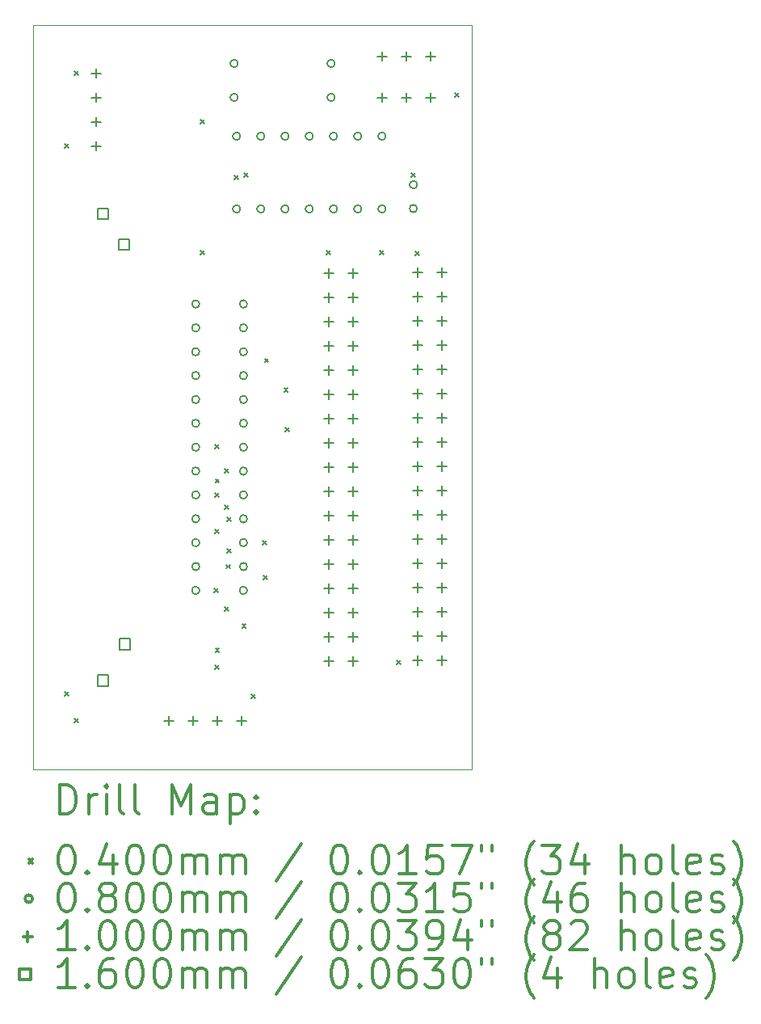
<source format=gbr>
%FSLAX45Y45*%
G04 Gerber Fmt 4.5, Leading zero omitted, Abs format (unit mm)*
G04 Created by KiCad (PCBNEW (5.1.10)-1) date 2024-05-08 08:20:09*
%MOMM*%
%LPD*%
G01*
G04 APERTURE LIST*
%TA.AperFunction,Profile*%
%ADD10C,0.050000*%
%TD*%
%ADD11C,0.200000*%
%ADD12C,0.300000*%
G04 APERTURE END LIST*
D10*
X9144000Y-7696200D02*
X9144000Y-15494000D01*
X13741400Y-7696200D02*
X9144000Y-7696200D01*
X13741400Y-15494000D02*
X13741400Y-7696200D01*
X9144000Y-15494000D02*
X13741400Y-15494000D01*
D11*
X9479600Y-8946200D02*
X9519600Y-8986200D01*
X9519600Y-8946200D02*
X9479600Y-8986200D01*
X9479600Y-14686600D02*
X9519600Y-14726600D01*
X9519600Y-14686600D02*
X9479600Y-14726600D01*
X9581200Y-8184200D02*
X9621200Y-8224200D01*
X9621200Y-8184200D02*
X9581200Y-8224200D01*
X9581200Y-14966000D02*
X9621200Y-15006000D01*
X9621200Y-14966000D02*
X9581200Y-15006000D01*
X10902000Y-8692200D02*
X10942000Y-8732200D01*
X10942000Y-8692200D02*
X10902000Y-8732200D01*
X10902100Y-10063900D02*
X10942100Y-10103900D01*
X10942100Y-10063900D02*
X10902100Y-10103900D01*
X11046400Y-13602400D02*
X11086400Y-13642400D01*
X11086400Y-13602400D02*
X11046400Y-13642400D01*
X11053000Y-12602400D02*
X11093000Y-12642400D01*
X11093000Y-12602400D02*
X11053000Y-12642400D01*
X11054400Y-12095800D02*
X11094400Y-12135800D01*
X11094400Y-12095800D02*
X11054400Y-12135800D01*
X11054400Y-12984800D02*
X11094400Y-13024800D01*
X11094400Y-12984800D02*
X11054400Y-13024800D01*
X11054400Y-14407200D02*
X11094400Y-14447200D01*
X11094400Y-14407200D02*
X11054400Y-14447200D01*
X11056800Y-14227000D02*
X11096800Y-14267000D01*
X11096800Y-14227000D02*
X11056800Y-14267000D01*
X11057900Y-12454900D02*
X11097900Y-12494900D01*
X11097900Y-12454900D02*
X11057900Y-12494900D01*
X11153400Y-12352400D02*
X11193400Y-12392400D01*
X11193400Y-12352400D02*
X11153400Y-12392400D01*
X11156000Y-12730800D02*
X11196000Y-12770800D01*
X11196000Y-12730800D02*
X11156000Y-12770800D01*
X11156000Y-13797600D02*
X11196000Y-13837600D01*
X11196000Y-13797600D02*
X11156000Y-13837600D01*
X11169400Y-13352400D02*
X11209400Y-13392400D01*
X11209400Y-13352400D02*
X11169400Y-13392400D01*
X11181400Y-12857800D02*
X11221400Y-12897800D01*
X11221400Y-12857800D02*
X11181400Y-12897800D01*
X11181400Y-13188000D02*
X11221400Y-13228000D01*
X11221400Y-13188000D02*
X11181400Y-13228000D01*
X11257600Y-9276400D02*
X11297600Y-9316400D01*
X11297600Y-9276400D02*
X11257600Y-9316400D01*
X11336200Y-13973000D02*
X11376200Y-14013000D01*
X11376200Y-13973000D02*
X11336200Y-14013000D01*
X11359200Y-9251000D02*
X11399200Y-9291000D01*
X11399200Y-9251000D02*
X11359200Y-9291000D01*
X11433700Y-14713700D02*
X11473700Y-14753700D01*
X11473700Y-14713700D02*
X11433700Y-14753700D01*
X11553000Y-13102400D02*
X11593000Y-13142400D01*
X11593000Y-13102400D02*
X11553000Y-13142400D01*
X11562400Y-13467400D02*
X11602400Y-13507400D01*
X11602400Y-13467400D02*
X11562400Y-13507400D01*
X11575100Y-11194100D02*
X11615100Y-11234100D01*
X11615100Y-11194100D02*
X11575100Y-11234100D01*
X11777300Y-11499900D02*
X11817300Y-11539900D01*
X11817300Y-11499900D02*
X11777300Y-11539900D01*
X11791000Y-11918000D02*
X11831000Y-11958000D01*
X11831000Y-11918000D02*
X11791000Y-11958000D01*
X12222700Y-10063900D02*
X12262700Y-10103900D01*
X12262700Y-10063900D02*
X12222700Y-10103900D01*
X12781600Y-10063800D02*
X12821600Y-10103800D01*
X12821600Y-10063800D02*
X12781600Y-10103800D01*
X12959400Y-14356400D02*
X12999400Y-14396400D01*
X12999400Y-14356400D02*
X12959400Y-14396400D01*
X13111800Y-9251000D02*
X13151800Y-9291000D01*
X13151800Y-9251000D02*
X13111800Y-9291000D01*
X13155200Y-10071200D02*
X13195200Y-10111200D01*
X13195200Y-10071200D02*
X13155200Y-10111200D01*
X13569000Y-8412800D02*
X13609000Y-8452800D01*
X13609000Y-8412800D02*
X13569000Y-8452800D01*
X10891200Y-10622400D02*
G75*
G03*
X10891200Y-10622400I-40000J0D01*
G01*
X10891200Y-10872400D02*
G75*
G03*
X10891200Y-10872400I-40000J0D01*
G01*
X10891200Y-11122400D02*
G75*
G03*
X10891200Y-11122400I-40000J0D01*
G01*
X10891200Y-11372400D02*
G75*
G03*
X10891200Y-11372400I-40000J0D01*
G01*
X10891200Y-11622400D02*
G75*
G03*
X10891200Y-11622400I-40000J0D01*
G01*
X10891200Y-11872400D02*
G75*
G03*
X10891200Y-11872400I-40000J0D01*
G01*
X10891200Y-12122400D02*
G75*
G03*
X10891200Y-12122400I-40000J0D01*
G01*
X10891200Y-12372400D02*
G75*
G03*
X10891200Y-12372400I-40000J0D01*
G01*
X10891200Y-12622400D02*
G75*
G03*
X10891200Y-12622400I-40000J0D01*
G01*
X10891200Y-12872400D02*
G75*
G03*
X10891200Y-12872400I-40000J0D01*
G01*
X10891200Y-13122400D02*
G75*
G03*
X10891200Y-13122400I-40000J0D01*
G01*
X10891200Y-13372400D02*
G75*
G03*
X10891200Y-13372400I-40000J0D01*
G01*
X10891200Y-13622400D02*
G75*
G03*
X10891200Y-13622400I-40000J0D01*
G01*
X11292200Y-8102600D02*
G75*
G03*
X11292200Y-8102600I-40000J0D01*
G01*
X11292200Y-8458200D02*
G75*
G03*
X11292200Y-8458200I-40000J0D01*
G01*
X11317600Y-8864600D02*
G75*
G03*
X11317600Y-8864600I-40000J0D01*
G01*
X11317600Y-9626600D02*
G75*
G03*
X11317600Y-9626600I-40000J0D01*
G01*
X11391200Y-10622400D02*
G75*
G03*
X11391200Y-10622400I-40000J0D01*
G01*
X11391200Y-10872400D02*
G75*
G03*
X11391200Y-10872400I-40000J0D01*
G01*
X11391200Y-11122400D02*
G75*
G03*
X11391200Y-11122400I-40000J0D01*
G01*
X11391200Y-11372400D02*
G75*
G03*
X11391200Y-11372400I-40000J0D01*
G01*
X11391200Y-11622400D02*
G75*
G03*
X11391200Y-11622400I-40000J0D01*
G01*
X11391200Y-11872400D02*
G75*
G03*
X11391200Y-11872400I-40000J0D01*
G01*
X11391200Y-12122400D02*
G75*
G03*
X11391200Y-12122400I-40000J0D01*
G01*
X11391200Y-12372400D02*
G75*
G03*
X11391200Y-12372400I-40000J0D01*
G01*
X11391200Y-12622400D02*
G75*
G03*
X11391200Y-12622400I-40000J0D01*
G01*
X11391200Y-12872400D02*
G75*
G03*
X11391200Y-12872400I-40000J0D01*
G01*
X11391200Y-13122400D02*
G75*
G03*
X11391200Y-13122400I-40000J0D01*
G01*
X11391200Y-13372400D02*
G75*
G03*
X11391200Y-13372400I-40000J0D01*
G01*
X11391200Y-13622400D02*
G75*
G03*
X11391200Y-13622400I-40000J0D01*
G01*
X11571600Y-8864600D02*
G75*
G03*
X11571600Y-8864600I-40000J0D01*
G01*
X11571600Y-9626600D02*
G75*
G03*
X11571600Y-9626600I-40000J0D01*
G01*
X11825600Y-8864600D02*
G75*
G03*
X11825600Y-8864600I-40000J0D01*
G01*
X11825600Y-9626600D02*
G75*
G03*
X11825600Y-9626600I-40000J0D01*
G01*
X12079600Y-8864600D02*
G75*
G03*
X12079600Y-8864600I-40000J0D01*
G01*
X12079600Y-9626600D02*
G75*
G03*
X12079600Y-9626600I-40000J0D01*
G01*
X12308200Y-8102600D02*
G75*
G03*
X12308200Y-8102600I-40000J0D01*
G01*
X12308200Y-8458200D02*
G75*
G03*
X12308200Y-8458200I-40000J0D01*
G01*
X12333600Y-8864600D02*
G75*
G03*
X12333600Y-8864600I-40000J0D01*
G01*
X12333600Y-9626600D02*
G75*
G03*
X12333600Y-9626600I-40000J0D01*
G01*
X12587600Y-8864600D02*
G75*
G03*
X12587600Y-8864600I-40000J0D01*
G01*
X12587600Y-9626600D02*
G75*
G03*
X12587600Y-9626600I-40000J0D01*
G01*
X12841600Y-8864600D02*
G75*
G03*
X12841600Y-8864600I-40000J0D01*
G01*
X12841600Y-9626600D02*
G75*
G03*
X12841600Y-9626600I-40000J0D01*
G01*
X13171800Y-9372600D02*
G75*
G03*
X13171800Y-9372600I-40000J0D01*
G01*
X13171800Y-9622600D02*
G75*
G03*
X13171800Y-9622600I-40000J0D01*
G01*
X9804400Y-8154200D02*
X9804400Y-8254200D01*
X9754400Y-8204200D02*
X9854400Y-8204200D01*
X9804400Y-8408200D02*
X9804400Y-8508200D01*
X9754400Y-8458200D02*
X9854400Y-8458200D01*
X9804400Y-8662200D02*
X9804400Y-8762200D01*
X9754400Y-8712200D02*
X9854400Y-8712200D01*
X9804400Y-8916200D02*
X9804400Y-9016200D01*
X9754400Y-8966200D02*
X9854400Y-8966200D01*
X10566400Y-14936000D02*
X10566400Y-15036000D01*
X10516400Y-14986000D02*
X10616400Y-14986000D01*
X10820400Y-14936000D02*
X10820400Y-15036000D01*
X10770400Y-14986000D02*
X10870400Y-14986000D01*
X11074400Y-14936000D02*
X11074400Y-15036000D01*
X11024400Y-14986000D02*
X11124400Y-14986000D01*
X11328400Y-14936000D02*
X11328400Y-15036000D01*
X11278400Y-14986000D02*
X11378400Y-14986000D01*
X12242700Y-10250500D02*
X12242700Y-10350500D01*
X12192700Y-10300500D02*
X12292700Y-10300500D01*
X12242700Y-10504500D02*
X12242700Y-10604500D01*
X12192700Y-10554500D02*
X12292700Y-10554500D01*
X12242700Y-10758500D02*
X12242700Y-10858500D01*
X12192700Y-10808500D02*
X12292700Y-10808500D01*
X12242700Y-11012500D02*
X12242700Y-11112500D01*
X12192700Y-11062500D02*
X12292700Y-11062500D01*
X12242700Y-11266500D02*
X12242700Y-11366500D01*
X12192700Y-11316500D02*
X12292700Y-11316500D01*
X12242700Y-11520500D02*
X12242700Y-11620500D01*
X12192700Y-11570500D02*
X12292700Y-11570500D01*
X12242700Y-11774500D02*
X12242700Y-11874500D01*
X12192700Y-11824500D02*
X12292700Y-11824500D01*
X12242700Y-12028500D02*
X12242700Y-12128500D01*
X12192700Y-12078500D02*
X12292700Y-12078500D01*
X12242700Y-12282500D02*
X12242700Y-12382500D01*
X12192700Y-12332500D02*
X12292700Y-12332500D01*
X12242700Y-12536500D02*
X12242700Y-12636500D01*
X12192700Y-12586500D02*
X12292700Y-12586500D01*
X12242700Y-12790500D02*
X12242700Y-12890500D01*
X12192700Y-12840500D02*
X12292700Y-12840500D01*
X12242700Y-13044500D02*
X12242700Y-13144500D01*
X12192700Y-13094500D02*
X12292700Y-13094500D01*
X12242700Y-13298500D02*
X12242700Y-13398500D01*
X12192700Y-13348500D02*
X12292700Y-13348500D01*
X12242700Y-13552500D02*
X12242700Y-13652500D01*
X12192700Y-13602500D02*
X12292700Y-13602500D01*
X12242700Y-13806500D02*
X12242700Y-13906500D01*
X12192700Y-13856500D02*
X12292700Y-13856500D01*
X12242700Y-14060500D02*
X12242700Y-14160500D01*
X12192700Y-14110500D02*
X12292700Y-14110500D01*
X12242700Y-14314500D02*
X12242700Y-14414500D01*
X12192700Y-14364500D02*
X12292700Y-14364500D01*
X12496700Y-10250500D02*
X12496700Y-10350500D01*
X12446700Y-10300500D02*
X12546700Y-10300500D01*
X12496700Y-10504500D02*
X12496700Y-10604500D01*
X12446700Y-10554500D02*
X12546700Y-10554500D01*
X12496700Y-10758500D02*
X12496700Y-10858500D01*
X12446700Y-10808500D02*
X12546700Y-10808500D01*
X12496700Y-11012500D02*
X12496700Y-11112500D01*
X12446700Y-11062500D02*
X12546700Y-11062500D01*
X12496700Y-11266500D02*
X12496700Y-11366500D01*
X12446700Y-11316500D02*
X12546700Y-11316500D01*
X12496700Y-11520500D02*
X12496700Y-11620500D01*
X12446700Y-11570500D02*
X12546700Y-11570500D01*
X12496700Y-11774500D02*
X12496700Y-11874500D01*
X12446700Y-11824500D02*
X12546700Y-11824500D01*
X12496700Y-12028500D02*
X12496700Y-12128500D01*
X12446700Y-12078500D02*
X12546700Y-12078500D01*
X12496700Y-12282500D02*
X12496700Y-12382500D01*
X12446700Y-12332500D02*
X12546700Y-12332500D01*
X12496700Y-12536500D02*
X12496700Y-12636500D01*
X12446700Y-12586500D02*
X12546700Y-12586500D01*
X12496700Y-12790500D02*
X12496700Y-12890500D01*
X12446700Y-12840500D02*
X12546700Y-12840500D01*
X12496700Y-13044500D02*
X12496700Y-13144500D01*
X12446700Y-13094500D02*
X12546700Y-13094500D01*
X12496700Y-13298500D02*
X12496700Y-13398500D01*
X12446700Y-13348500D02*
X12546700Y-13348500D01*
X12496700Y-13552500D02*
X12496700Y-13652500D01*
X12446700Y-13602500D02*
X12546700Y-13602500D01*
X12496700Y-13806500D02*
X12496700Y-13906500D01*
X12446700Y-13856500D02*
X12546700Y-13856500D01*
X12496700Y-14060500D02*
X12496700Y-14160500D01*
X12446700Y-14110500D02*
X12546700Y-14110500D01*
X12496700Y-14314500D02*
X12496700Y-14414500D01*
X12446700Y-14364500D02*
X12546700Y-14364500D01*
X12801600Y-7976400D02*
X12801600Y-8076400D01*
X12751600Y-8026400D02*
X12851600Y-8026400D01*
X12801600Y-8408200D02*
X12801600Y-8508200D01*
X12751600Y-8458200D02*
X12851600Y-8458200D01*
X13055600Y-7976400D02*
X13055600Y-8076400D01*
X13005600Y-8026400D02*
X13105600Y-8026400D01*
X13055600Y-8408200D02*
X13055600Y-8508200D01*
X13005600Y-8458200D02*
X13105600Y-8458200D01*
X13175200Y-10242600D02*
X13175200Y-10342600D01*
X13125200Y-10292600D02*
X13225200Y-10292600D01*
X13175200Y-10496600D02*
X13175200Y-10596600D01*
X13125200Y-10546600D02*
X13225200Y-10546600D01*
X13175200Y-10750600D02*
X13175200Y-10850600D01*
X13125200Y-10800600D02*
X13225200Y-10800600D01*
X13175200Y-11004600D02*
X13175200Y-11104600D01*
X13125200Y-11054600D02*
X13225200Y-11054600D01*
X13175200Y-11258600D02*
X13175200Y-11358600D01*
X13125200Y-11308600D02*
X13225200Y-11308600D01*
X13175200Y-11512600D02*
X13175200Y-11612600D01*
X13125200Y-11562600D02*
X13225200Y-11562600D01*
X13175200Y-11766600D02*
X13175200Y-11866600D01*
X13125200Y-11816600D02*
X13225200Y-11816600D01*
X13175200Y-12020600D02*
X13175200Y-12120600D01*
X13125200Y-12070600D02*
X13225200Y-12070600D01*
X13175200Y-12274600D02*
X13175200Y-12374600D01*
X13125200Y-12324600D02*
X13225200Y-12324600D01*
X13175200Y-12528600D02*
X13175200Y-12628600D01*
X13125200Y-12578600D02*
X13225200Y-12578600D01*
X13175200Y-12782600D02*
X13175200Y-12882600D01*
X13125200Y-12832600D02*
X13225200Y-12832600D01*
X13175200Y-13036600D02*
X13175200Y-13136600D01*
X13125200Y-13086600D02*
X13225200Y-13086600D01*
X13175200Y-13290600D02*
X13175200Y-13390600D01*
X13125200Y-13340600D02*
X13225200Y-13340600D01*
X13175200Y-13544600D02*
X13175200Y-13644600D01*
X13125200Y-13594600D02*
X13225200Y-13594600D01*
X13175200Y-13798600D02*
X13175200Y-13898600D01*
X13125200Y-13848600D02*
X13225200Y-13848600D01*
X13175200Y-14052600D02*
X13175200Y-14152600D01*
X13125200Y-14102600D02*
X13225200Y-14102600D01*
X13175200Y-14306600D02*
X13175200Y-14406600D01*
X13125200Y-14356600D02*
X13225200Y-14356600D01*
X13309600Y-7976400D02*
X13309600Y-8076400D01*
X13259600Y-8026400D02*
X13359600Y-8026400D01*
X13309600Y-8408200D02*
X13309600Y-8508200D01*
X13259600Y-8458200D02*
X13359600Y-8458200D01*
X13429200Y-10242600D02*
X13429200Y-10342600D01*
X13379200Y-10292600D02*
X13479200Y-10292600D01*
X13429200Y-10496600D02*
X13429200Y-10596600D01*
X13379200Y-10546600D02*
X13479200Y-10546600D01*
X13429200Y-10750600D02*
X13429200Y-10850600D01*
X13379200Y-10800600D02*
X13479200Y-10800600D01*
X13429200Y-11004600D02*
X13429200Y-11104600D01*
X13379200Y-11054600D02*
X13479200Y-11054600D01*
X13429200Y-11258600D02*
X13429200Y-11358600D01*
X13379200Y-11308600D02*
X13479200Y-11308600D01*
X13429200Y-11512600D02*
X13429200Y-11612600D01*
X13379200Y-11562600D02*
X13479200Y-11562600D01*
X13429200Y-11766600D02*
X13429200Y-11866600D01*
X13379200Y-11816600D02*
X13479200Y-11816600D01*
X13429200Y-12020600D02*
X13429200Y-12120600D01*
X13379200Y-12070600D02*
X13479200Y-12070600D01*
X13429200Y-12274600D02*
X13429200Y-12374600D01*
X13379200Y-12324600D02*
X13479200Y-12324600D01*
X13429200Y-12528600D02*
X13429200Y-12628600D01*
X13379200Y-12578600D02*
X13479200Y-12578600D01*
X13429200Y-12782600D02*
X13429200Y-12882600D01*
X13379200Y-12832600D02*
X13479200Y-12832600D01*
X13429200Y-13036600D02*
X13429200Y-13136600D01*
X13379200Y-13086600D02*
X13479200Y-13086600D01*
X13429200Y-13290600D02*
X13429200Y-13390600D01*
X13379200Y-13340600D02*
X13479200Y-13340600D01*
X13429200Y-13544600D02*
X13429200Y-13644600D01*
X13379200Y-13594600D02*
X13479200Y-13594600D01*
X13429200Y-13798600D02*
X13429200Y-13898600D01*
X13379200Y-13848600D02*
X13479200Y-13848600D01*
X13429200Y-14052600D02*
X13429200Y-14152600D01*
X13379200Y-14102600D02*
X13479200Y-14102600D01*
X13429200Y-14306600D02*
X13429200Y-14406600D01*
X13379200Y-14356600D02*
X13479200Y-14356600D01*
X9934629Y-9733969D02*
X9934629Y-9620831D01*
X9821491Y-9620831D01*
X9821491Y-9733969D01*
X9934629Y-9733969D01*
X9934629Y-14623469D02*
X9934629Y-14510331D01*
X9821491Y-14510331D01*
X9821491Y-14623469D01*
X9934629Y-14623469D01*
X10157769Y-10053969D02*
X10157769Y-9940831D01*
X10044631Y-9940831D01*
X10044631Y-10053969D01*
X10157769Y-10053969D01*
X10165769Y-14242469D02*
X10165769Y-14129331D01*
X10052631Y-14129331D01*
X10052631Y-14242469D01*
X10165769Y-14242469D01*
D12*
X9427928Y-15962214D02*
X9427928Y-15662214D01*
X9499357Y-15662214D01*
X9542214Y-15676500D01*
X9570786Y-15705071D01*
X9585071Y-15733643D01*
X9599357Y-15790786D01*
X9599357Y-15833643D01*
X9585071Y-15890786D01*
X9570786Y-15919357D01*
X9542214Y-15947929D01*
X9499357Y-15962214D01*
X9427928Y-15962214D01*
X9727928Y-15962214D02*
X9727928Y-15762214D01*
X9727928Y-15819357D02*
X9742214Y-15790786D01*
X9756500Y-15776500D01*
X9785071Y-15762214D01*
X9813643Y-15762214D01*
X9913643Y-15962214D02*
X9913643Y-15762214D01*
X9913643Y-15662214D02*
X9899357Y-15676500D01*
X9913643Y-15690786D01*
X9927928Y-15676500D01*
X9913643Y-15662214D01*
X9913643Y-15690786D01*
X10099357Y-15962214D02*
X10070786Y-15947929D01*
X10056500Y-15919357D01*
X10056500Y-15662214D01*
X10256500Y-15962214D02*
X10227928Y-15947929D01*
X10213643Y-15919357D01*
X10213643Y-15662214D01*
X10599357Y-15962214D02*
X10599357Y-15662214D01*
X10699357Y-15876500D01*
X10799357Y-15662214D01*
X10799357Y-15962214D01*
X11070786Y-15962214D02*
X11070786Y-15805071D01*
X11056500Y-15776500D01*
X11027928Y-15762214D01*
X10970786Y-15762214D01*
X10942214Y-15776500D01*
X11070786Y-15947929D02*
X11042214Y-15962214D01*
X10970786Y-15962214D01*
X10942214Y-15947929D01*
X10927928Y-15919357D01*
X10927928Y-15890786D01*
X10942214Y-15862214D01*
X10970786Y-15847929D01*
X11042214Y-15847929D01*
X11070786Y-15833643D01*
X11213643Y-15762214D02*
X11213643Y-16062214D01*
X11213643Y-15776500D02*
X11242214Y-15762214D01*
X11299357Y-15762214D01*
X11327928Y-15776500D01*
X11342214Y-15790786D01*
X11356500Y-15819357D01*
X11356500Y-15905071D01*
X11342214Y-15933643D01*
X11327928Y-15947929D01*
X11299357Y-15962214D01*
X11242214Y-15962214D01*
X11213643Y-15947929D01*
X11485071Y-15933643D02*
X11499357Y-15947929D01*
X11485071Y-15962214D01*
X11470786Y-15947929D01*
X11485071Y-15933643D01*
X11485071Y-15962214D01*
X11485071Y-15776500D02*
X11499357Y-15790786D01*
X11485071Y-15805071D01*
X11470786Y-15790786D01*
X11485071Y-15776500D01*
X11485071Y-15805071D01*
X9101500Y-16436500D02*
X9141500Y-16476500D01*
X9141500Y-16436500D02*
X9101500Y-16476500D01*
X9485071Y-16292214D02*
X9513643Y-16292214D01*
X9542214Y-16306500D01*
X9556500Y-16320786D01*
X9570786Y-16349357D01*
X9585071Y-16406500D01*
X9585071Y-16477929D01*
X9570786Y-16535071D01*
X9556500Y-16563643D01*
X9542214Y-16577929D01*
X9513643Y-16592214D01*
X9485071Y-16592214D01*
X9456500Y-16577929D01*
X9442214Y-16563643D01*
X9427928Y-16535071D01*
X9413643Y-16477929D01*
X9413643Y-16406500D01*
X9427928Y-16349357D01*
X9442214Y-16320786D01*
X9456500Y-16306500D01*
X9485071Y-16292214D01*
X9713643Y-16563643D02*
X9727928Y-16577929D01*
X9713643Y-16592214D01*
X9699357Y-16577929D01*
X9713643Y-16563643D01*
X9713643Y-16592214D01*
X9985071Y-16392214D02*
X9985071Y-16592214D01*
X9913643Y-16277929D02*
X9842214Y-16492214D01*
X10027928Y-16492214D01*
X10199357Y-16292214D02*
X10227928Y-16292214D01*
X10256500Y-16306500D01*
X10270786Y-16320786D01*
X10285071Y-16349357D01*
X10299357Y-16406500D01*
X10299357Y-16477929D01*
X10285071Y-16535071D01*
X10270786Y-16563643D01*
X10256500Y-16577929D01*
X10227928Y-16592214D01*
X10199357Y-16592214D01*
X10170786Y-16577929D01*
X10156500Y-16563643D01*
X10142214Y-16535071D01*
X10127928Y-16477929D01*
X10127928Y-16406500D01*
X10142214Y-16349357D01*
X10156500Y-16320786D01*
X10170786Y-16306500D01*
X10199357Y-16292214D01*
X10485071Y-16292214D02*
X10513643Y-16292214D01*
X10542214Y-16306500D01*
X10556500Y-16320786D01*
X10570786Y-16349357D01*
X10585071Y-16406500D01*
X10585071Y-16477929D01*
X10570786Y-16535071D01*
X10556500Y-16563643D01*
X10542214Y-16577929D01*
X10513643Y-16592214D01*
X10485071Y-16592214D01*
X10456500Y-16577929D01*
X10442214Y-16563643D01*
X10427928Y-16535071D01*
X10413643Y-16477929D01*
X10413643Y-16406500D01*
X10427928Y-16349357D01*
X10442214Y-16320786D01*
X10456500Y-16306500D01*
X10485071Y-16292214D01*
X10713643Y-16592214D02*
X10713643Y-16392214D01*
X10713643Y-16420786D02*
X10727928Y-16406500D01*
X10756500Y-16392214D01*
X10799357Y-16392214D01*
X10827928Y-16406500D01*
X10842214Y-16435071D01*
X10842214Y-16592214D01*
X10842214Y-16435071D02*
X10856500Y-16406500D01*
X10885071Y-16392214D01*
X10927928Y-16392214D01*
X10956500Y-16406500D01*
X10970786Y-16435071D01*
X10970786Y-16592214D01*
X11113643Y-16592214D02*
X11113643Y-16392214D01*
X11113643Y-16420786D02*
X11127928Y-16406500D01*
X11156500Y-16392214D01*
X11199357Y-16392214D01*
X11227928Y-16406500D01*
X11242214Y-16435071D01*
X11242214Y-16592214D01*
X11242214Y-16435071D02*
X11256500Y-16406500D01*
X11285071Y-16392214D01*
X11327928Y-16392214D01*
X11356500Y-16406500D01*
X11370786Y-16435071D01*
X11370786Y-16592214D01*
X11956500Y-16277929D02*
X11699357Y-16663643D01*
X12342214Y-16292214D02*
X12370786Y-16292214D01*
X12399357Y-16306500D01*
X12413643Y-16320786D01*
X12427928Y-16349357D01*
X12442214Y-16406500D01*
X12442214Y-16477929D01*
X12427928Y-16535071D01*
X12413643Y-16563643D01*
X12399357Y-16577929D01*
X12370786Y-16592214D01*
X12342214Y-16592214D01*
X12313643Y-16577929D01*
X12299357Y-16563643D01*
X12285071Y-16535071D01*
X12270786Y-16477929D01*
X12270786Y-16406500D01*
X12285071Y-16349357D01*
X12299357Y-16320786D01*
X12313643Y-16306500D01*
X12342214Y-16292214D01*
X12570786Y-16563643D02*
X12585071Y-16577929D01*
X12570786Y-16592214D01*
X12556500Y-16577929D01*
X12570786Y-16563643D01*
X12570786Y-16592214D01*
X12770786Y-16292214D02*
X12799357Y-16292214D01*
X12827928Y-16306500D01*
X12842214Y-16320786D01*
X12856500Y-16349357D01*
X12870786Y-16406500D01*
X12870786Y-16477929D01*
X12856500Y-16535071D01*
X12842214Y-16563643D01*
X12827928Y-16577929D01*
X12799357Y-16592214D01*
X12770786Y-16592214D01*
X12742214Y-16577929D01*
X12727928Y-16563643D01*
X12713643Y-16535071D01*
X12699357Y-16477929D01*
X12699357Y-16406500D01*
X12713643Y-16349357D01*
X12727928Y-16320786D01*
X12742214Y-16306500D01*
X12770786Y-16292214D01*
X13156500Y-16592214D02*
X12985071Y-16592214D01*
X13070786Y-16592214D02*
X13070786Y-16292214D01*
X13042214Y-16335071D01*
X13013643Y-16363643D01*
X12985071Y-16377929D01*
X13427928Y-16292214D02*
X13285071Y-16292214D01*
X13270786Y-16435071D01*
X13285071Y-16420786D01*
X13313643Y-16406500D01*
X13385071Y-16406500D01*
X13413643Y-16420786D01*
X13427928Y-16435071D01*
X13442214Y-16463643D01*
X13442214Y-16535071D01*
X13427928Y-16563643D01*
X13413643Y-16577929D01*
X13385071Y-16592214D01*
X13313643Y-16592214D01*
X13285071Y-16577929D01*
X13270786Y-16563643D01*
X13542214Y-16292214D02*
X13742214Y-16292214D01*
X13613643Y-16592214D01*
X13842214Y-16292214D02*
X13842214Y-16349357D01*
X13956500Y-16292214D02*
X13956500Y-16349357D01*
X14399357Y-16706500D02*
X14385071Y-16692214D01*
X14356500Y-16649357D01*
X14342214Y-16620786D01*
X14327928Y-16577929D01*
X14313643Y-16506500D01*
X14313643Y-16449357D01*
X14327928Y-16377929D01*
X14342214Y-16335071D01*
X14356500Y-16306500D01*
X14385071Y-16263643D01*
X14399357Y-16249357D01*
X14485071Y-16292214D02*
X14670786Y-16292214D01*
X14570786Y-16406500D01*
X14613643Y-16406500D01*
X14642214Y-16420786D01*
X14656500Y-16435071D01*
X14670786Y-16463643D01*
X14670786Y-16535071D01*
X14656500Y-16563643D01*
X14642214Y-16577929D01*
X14613643Y-16592214D01*
X14527928Y-16592214D01*
X14499357Y-16577929D01*
X14485071Y-16563643D01*
X14927928Y-16392214D02*
X14927928Y-16592214D01*
X14856500Y-16277929D02*
X14785071Y-16492214D01*
X14970786Y-16492214D01*
X15313643Y-16592214D02*
X15313643Y-16292214D01*
X15442214Y-16592214D02*
X15442214Y-16435071D01*
X15427928Y-16406500D01*
X15399357Y-16392214D01*
X15356500Y-16392214D01*
X15327928Y-16406500D01*
X15313643Y-16420786D01*
X15627928Y-16592214D02*
X15599357Y-16577929D01*
X15585071Y-16563643D01*
X15570786Y-16535071D01*
X15570786Y-16449357D01*
X15585071Y-16420786D01*
X15599357Y-16406500D01*
X15627928Y-16392214D01*
X15670786Y-16392214D01*
X15699357Y-16406500D01*
X15713643Y-16420786D01*
X15727928Y-16449357D01*
X15727928Y-16535071D01*
X15713643Y-16563643D01*
X15699357Y-16577929D01*
X15670786Y-16592214D01*
X15627928Y-16592214D01*
X15899357Y-16592214D02*
X15870786Y-16577929D01*
X15856500Y-16549357D01*
X15856500Y-16292214D01*
X16127928Y-16577929D02*
X16099357Y-16592214D01*
X16042214Y-16592214D01*
X16013643Y-16577929D01*
X15999357Y-16549357D01*
X15999357Y-16435071D01*
X16013643Y-16406500D01*
X16042214Y-16392214D01*
X16099357Y-16392214D01*
X16127928Y-16406500D01*
X16142214Y-16435071D01*
X16142214Y-16463643D01*
X15999357Y-16492214D01*
X16256500Y-16577929D02*
X16285071Y-16592214D01*
X16342214Y-16592214D01*
X16370786Y-16577929D01*
X16385071Y-16549357D01*
X16385071Y-16535071D01*
X16370786Y-16506500D01*
X16342214Y-16492214D01*
X16299357Y-16492214D01*
X16270786Y-16477929D01*
X16256500Y-16449357D01*
X16256500Y-16435071D01*
X16270786Y-16406500D01*
X16299357Y-16392214D01*
X16342214Y-16392214D01*
X16370786Y-16406500D01*
X16485071Y-16706500D02*
X16499357Y-16692214D01*
X16527928Y-16649357D01*
X16542214Y-16620786D01*
X16556500Y-16577929D01*
X16570786Y-16506500D01*
X16570786Y-16449357D01*
X16556500Y-16377929D01*
X16542214Y-16335071D01*
X16527928Y-16306500D01*
X16499357Y-16263643D01*
X16485071Y-16249357D01*
X9141500Y-16852500D02*
G75*
G03*
X9141500Y-16852500I-40000J0D01*
G01*
X9485071Y-16688214D02*
X9513643Y-16688214D01*
X9542214Y-16702500D01*
X9556500Y-16716786D01*
X9570786Y-16745357D01*
X9585071Y-16802500D01*
X9585071Y-16873929D01*
X9570786Y-16931072D01*
X9556500Y-16959643D01*
X9542214Y-16973929D01*
X9513643Y-16988214D01*
X9485071Y-16988214D01*
X9456500Y-16973929D01*
X9442214Y-16959643D01*
X9427928Y-16931072D01*
X9413643Y-16873929D01*
X9413643Y-16802500D01*
X9427928Y-16745357D01*
X9442214Y-16716786D01*
X9456500Y-16702500D01*
X9485071Y-16688214D01*
X9713643Y-16959643D02*
X9727928Y-16973929D01*
X9713643Y-16988214D01*
X9699357Y-16973929D01*
X9713643Y-16959643D01*
X9713643Y-16988214D01*
X9899357Y-16816786D02*
X9870786Y-16802500D01*
X9856500Y-16788214D01*
X9842214Y-16759643D01*
X9842214Y-16745357D01*
X9856500Y-16716786D01*
X9870786Y-16702500D01*
X9899357Y-16688214D01*
X9956500Y-16688214D01*
X9985071Y-16702500D01*
X9999357Y-16716786D01*
X10013643Y-16745357D01*
X10013643Y-16759643D01*
X9999357Y-16788214D01*
X9985071Y-16802500D01*
X9956500Y-16816786D01*
X9899357Y-16816786D01*
X9870786Y-16831072D01*
X9856500Y-16845357D01*
X9842214Y-16873929D01*
X9842214Y-16931072D01*
X9856500Y-16959643D01*
X9870786Y-16973929D01*
X9899357Y-16988214D01*
X9956500Y-16988214D01*
X9985071Y-16973929D01*
X9999357Y-16959643D01*
X10013643Y-16931072D01*
X10013643Y-16873929D01*
X9999357Y-16845357D01*
X9985071Y-16831072D01*
X9956500Y-16816786D01*
X10199357Y-16688214D02*
X10227928Y-16688214D01*
X10256500Y-16702500D01*
X10270786Y-16716786D01*
X10285071Y-16745357D01*
X10299357Y-16802500D01*
X10299357Y-16873929D01*
X10285071Y-16931072D01*
X10270786Y-16959643D01*
X10256500Y-16973929D01*
X10227928Y-16988214D01*
X10199357Y-16988214D01*
X10170786Y-16973929D01*
X10156500Y-16959643D01*
X10142214Y-16931072D01*
X10127928Y-16873929D01*
X10127928Y-16802500D01*
X10142214Y-16745357D01*
X10156500Y-16716786D01*
X10170786Y-16702500D01*
X10199357Y-16688214D01*
X10485071Y-16688214D02*
X10513643Y-16688214D01*
X10542214Y-16702500D01*
X10556500Y-16716786D01*
X10570786Y-16745357D01*
X10585071Y-16802500D01*
X10585071Y-16873929D01*
X10570786Y-16931072D01*
X10556500Y-16959643D01*
X10542214Y-16973929D01*
X10513643Y-16988214D01*
X10485071Y-16988214D01*
X10456500Y-16973929D01*
X10442214Y-16959643D01*
X10427928Y-16931072D01*
X10413643Y-16873929D01*
X10413643Y-16802500D01*
X10427928Y-16745357D01*
X10442214Y-16716786D01*
X10456500Y-16702500D01*
X10485071Y-16688214D01*
X10713643Y-16988214D02*
X10713643Y-16788214D01*
X10713643Y-16816786D02*
X10727928Y-16802500D01*
X10756500Y-16788214D01*
X10799357Y-16788214D01*
X10827928Y-16802500D01*
X10842214Y-16831072D01*
X10842214Y-16988214D01*
X10842214Y-16831072D02*
X10856500Y-16802500D01*
X10885071Y-16788214D01*
X10927928Y-16788214D01*
X10956500Y-16802500D01*
X10970786Y-16831072D01*
X10970786Y-16988214D01*
X11113643Y-16988214D02*
X11113643Y-16788214D01*
X11113643Y-16816786D02*
X11127928Y-16802500D01*
X11156500Y-16788214D01*
X11199357Y-16788214D01*
X11227928Y-16802500D01*
X11242214Y-16831072D01*
X11242214Y-16988214D01*
X11242214Y-16831072D02*
X11256500Y-16802500D01*
X11285071Y-16788214D01*
X11327928Y-16788214D01*
X11356500Y-16802500D01*
X11370786Y-16831072D01*
X11370786Y-16988214D01*
X11956500Y-16673929D02*
X11699357Y-17059643D01*
X12342214Y-16688214D02*
X12370786Y-16688214D01*
X12399357Y-16702500D01*
X12413643Y-16716786D01*
X12427928Y-16745357D01*
X12442214Y-16802500D01*
X12442214Y-16873929D01*
X12427928Y-16931072D01*
X12413643Y-16959643D01*
X12399357Y-16973929D01*
X12370786Y-16988214D01*
X12342214Y-16988214D01*
X12313643Y-16973929D01*
X12299357Y-16959643D01*
X12285071Y-16931072D01*
X12270786Y-16873929D01*
X12270786Y-16802500D01*
X12285071Y-16745357D01*
X12299357Y-16716786D01*
X12313643Y-16702500D01*
X12342214Y-16688214D01*
X12570786Y-16959643D02*
X12585071Y-16973929D01*
X12570786Y-16988214D01*
X12556500Y-16973929D01*
X12570786Y-16959643D01*
X12570786Y-16988214D01*
X12770786Y-16688214D02*
X12799357Y-16688214D01*
X12827928Y-16702500D01*
X12842214Y-16716786D01*
X12856500Y-16745357D01*
X12870786Y-16802500D01*
X12870786Y-16873929D01*
X12856500Y-16931072D01*
X12842214Y-16959643D01*
X12827928Y-16973929D01*
X12799357Y-16988214D01*
X12770786Y-16988214D01*
X12742214Y-16973929D01*
X12727928Y-16959643D01*
X12713643Y-16931072D01*
X12699357Y-16873929D01*
X12699357Y-16802500D01*
X12713643Y-16745357D01*
X12727928Y-16716786D01*
X12742214Y-16702500D01*
X12770786Y-16688214D01*
X12970786Y-16688214D02*
X13156500Y-16688214D01*
X13056500Y-16802500D01*
X13099357Y-16802500D01*
X13127928Y-16816786D01*
X13142214Y-16831072D01*
X13156500Y-16859643D01*
X13156500Y-16931072D01*
X13142214Y-16959643D01*
X13127928Y-16973929D01*
X13099357Y-16988214D01*
X13013643Y-16988214D01*
X12985071Y-16973929D01*
X12970786Y-16959643D01*
X13442214Y-16988214D02*
X13270786Y-16988214D01*
X13356500Y-16988214D02*
X13356500Y-16688214D01*
X13327928Y-16731071D01*
X13299357Y-16759643D01*
X13270786Y-16773929D01*
X13713643Y-16688214D02*
X13570786Y-16688214D01*
X13556500Y-16831072D01*
X13570786Y-16816786D01*
X13599357Y-16802500D01*
X13670786Y-16802500D01*
X13699357Y-16816786D01*
X13713643Y-16831072D01*
X13727928Y-16859643D01*
X13727928Y-16931072D01*
X13713643Y-16959643D01*
X13699357Y-16973929D01*
X13670786Y-16988214D01*
X13599357Y-16988214D01*
X13570786Y-16973929D01*
X13556500Y-16959643D01*
X13842214Y-16688214D02*
X13842214Y-16745357D01*
X13956500Y-16688214D02*
X13956500Y-16745357D01*
X14399357Y-17102500D02*
X14385071Y-17088214D01*
X14356500Y-17045357D01*
X14342214Y-17016786D01*
X14327928Y-16973929D01*
X14313643Y-16902500D01*
X14313643Y-16845357D01*
X14327928Y-16773929D01*
X14342214Y-16731071D01*
X14356500Y-16702500D01*
X14385071Y-16659643D01*
X14399357Y-16645357D01*
X14642214Y-16788214D02*
X14642214Y-16988214D01*
X14570786Y-16673929D02*
X14499357Y-16888214D01*
X14685071Y-16888214D01*
X14927928Y-16688214D02*
X14870786Y-16688214D01*
X14842214Y-16702500D01*
X14827928Y-16716786D01*
X14799357Y-16759643D01*
X14785071Y-16816786D01*
X14785071Y-16931072D01*
X14799357Y-16959643D01*
X14813643Y-16973929D01*
X14842214Y-16988214D01*
X14899357Y-16988214D01*
X14927928Y-16973929D01*
X14942214Y-16959643D01*
X14956500Y-16931072D01*
X14956500Y-16859643D01*
X14942214Y-16831072D01*
X14927928Y-16816786D01*
X14899357Y-16802500D01*
X14842214Y-16802500D01*
X14813643Y-16816786D01*
X14799357Y-16831072D01*
X14785071Y-16859643D01*
X15313643Y-16988214D02*
X15313643Y-16688214D01*
X15442214Y-16988214D02*
X15442214Y-16831072D01*
X15427928Y-16802500D01*
X15399357Y-16788214D01*
X15356500Y-16788214D01*
X15327928Y-16802500D01*
X15313643Y-16816786D01*
X15627928Y-16988214D02*
X15599357Y-16973929D01*
X15585071Y-16959643D01*
X15570786Y-16931072D01*
X15570786Y-16845357D01*
X15585071Y-16816786D01*
X15599357Y-16802500D01*
X15627928Y-16788214D01*
X15670786Y-16788214D01*
X15699357Y-16802500D01*
X15713643Y-16816786D01*
X15727928Y-16845357D01*
X15727928Y-16931072D01*
X15713643Y-16959643D01*
X15699357Y-16973929D01*
X15670786Y-16988214D01*
X15627928Y-16988214D01*
X15899357Y-16988214D02*
X15870786Y-16973929D01*
X15856500Y-16945357D01*
X15856500Y-16688214D01*
X16127928Y-16973929D02*
X16099357Y-16988214D01*
X16042214Y-16988214D01*
X16013643Y-16973929D01*
X15999357Y-16945357D01*
X15999357Y-16831072D01*
X16013643Y-16802500D01*
X16042214Y-16788214D01*
X16099357Y-16788214D01*
X16127928Y-16802500D01*
X16142214Y-16831072D01*
X16142214Y-16859643D01*
X15999357Y-16888214D01*
X16256500Y-16973929D02*
X16285071Y-16988214D01*
X16342214Y-16988214D01*
X16370786Y-16973929D01*
X16385071Y-16945357D01*
X16385071Y-16931072D01*
X16370786Y-16902500D01*
X16342214Y-16888214D01*
X16299357Y-16888214D01*
X16270786Y-16873929D01*
X16256500Y-16845357D01*
X16256500Y-16831072D01*
X16270786Y-16802500D01*
X16299357Y-16788214D01*
X16342214Y-16788214D01*
X16370786Y-16802500D01*
X16485071Y-17102500D02*
X16499357Y-17088214D01*
X16527928Y-17045357D01*
X16542214Y-17016786D01*
X16556500Y-16973929D01*
X16570786Y-16902500D01*
X16570786Y-16845357D01*
X16556500Y-16773929D01*
X16542214Y-16731071D01*
X16527928Y-16702500D01*
X16499357Y-16659643D01*
X16485071Y-16645357D01*
X9091500Y-17198500D02*
X9091500Y-17298500D01*
X9041500Y-17248500D02*
X9141500Y-17248500D01*
X9585071Y-17384214D02*
X9413643Y-17384214D01*
X9499357Y-17384214D02*
X9499357Y-17084214D01*
X9470786Y-17127072D01*
X9442214Y-17155643D01*
X9413643Y-17169929D01*
X9713643Y-17355643D02*
X9727928Y-17369929D01*
X9713643Y-17384214D01*
X9699357Y-17369929D01*
X9713643Y-17355643D01*
X9713643Y-17384214D01*
X9913643Y-17084214D02*
X9942214Y-17084214D01*
X9970786Y-17098500D01*
X9985071Y-17112786D01*
X9999357Y-17141357D01*
X10013643Y-17198500D01*
X10013643Y-17269929D01*
X9999357Y-17327072D01*
X9985071Y-17355643D01*
X9970786Y-17369929D01*
X9942214Y-17384214D01*
X9913643Y-17384214D01*
X9885071Y-17369929D01*
X9870786Y-17355643D01*
X9856500Y-17327072D01*
X9842214Y-17269929D01*
X9842214Y-17198500D01*
X9856500Y-17141357D01*
X9870786Y-17112786D01*
X9885071Y-17098500D01*
X9913643Y-17084214D01*
X10199357Y-17084214D02*
X10227928Y-17084214D01*
X10256500Y-17098500D01*
X10270786Y-17112786D01*
X10285071Y-17141357D01*
X10299357Y-17198500D01*
X10299357Y-17269929D01*
X10285071Y-17327072D01*
X10270786Y-17355643D01*
X10256500Y-17369929D01*
X10227928Y-17384214D01*
X10199357Y-17384214D01*
X10170786Y-17369929D01*
X10156500Y-17355643D01*
X10142214Y-17327072D01*
X10127928Y-17269929D01*
X10127928Y-17198500D01*
X10142214Y-17141357D01*
X10156500Y-17112786D01*
X10170786Y-17098500D01*
X10199357Y-17084214D01*
X10485071Y-17084214D02*
X10513643Y-17084214D01*
X10542214Y-17098500D01*
X10556500Y-17112786D01*
X10570786Y-17141357D01*
X10585071Y-17198500D01*
X10585071Y-17269929D01*
X10570786Y-17327072D01*
X10556500Y-17355643D01*
X10542214Y-17369929D01*
X10513643Y-17384214D01*
X10485071Y-17384214D01*
X10456500Y-17369929D01*
X10442214Y-17355643D01*
X10427928Y-17327072D01*
X10413643Y-17269929D01*
X10413643Y-17198500D01*
X10427928Y-17141357D01*
X10442214Y-17112786D01*
X10456500Y-17098500D01*
X10485071Y-17084214D01*
X10713643Y-17384214D02*
X10713643Y-17184214D01*
X10713643Y-17212786D02*
X10727928Y-17198500D01*
X10756500Y-17184214D01*
X10799357Y-17184214D01*
X10827928Y-17198500D01*
X10842214Y-17227072D01*
X10842214Y-17384214D01*
X10842214Y-17227072D02*
X10856500Y-17198500D01*
X10885071Y-17184214D01*
X10927928Y-17184214D01*
X10956500Y-17198500D01*
X10970786Y-17227072D01*
X10970786Y-17384214D01*
X11113643Y-17384214D02*
X11113643Y-17184214D01*
X11113643Y-17212786D02*
X11127928Y-17198500D01*
X11156500Y-17184214D01*
X11199357Y-17184214D01*
X11227928Y-17198500D01*
X11242214Y-17227072D01*
X11242214Y-17384214D01*
X11242214Y-17227072D02*
X11256500Y-17198500D01*
X11285071Y-17184214D01*
X11327928Y-17184214D01*
X11356500Y-17198500D01*
X11370786Y-17227072D01*
X11370786Y-17384214D01*
X11956500Y-17069929D02*
X11699357Y-17455643D01*
X12342214Y-17084214D02*
X12370786Y-17084214D01*
X12399357Y-17098500D01*
X12413643Y-17112786D01*
X12427928Y-17141357D01*
X12442214Y-17198500D01*
X12442214Y-17269929D01*
X12427928Y-17327072D01*
X12413643Y-17355643D01*
X12399357Y-17369929D01*
X12370786Y-17384214D01*
X12342214Y-17384214D01*
X12313643Y-17369929D01*
X12299357Y-17355643D01*
X12285071Y-17327072D01*
X12270786Y-17269929D01*
X12270786Y-17198500D01*
X12285071Y-17141357D01*
X12299357Y-17112786D01*
X12313643Y-17098500D01*
X12342214Y-17084214D01*
X12570786Y-17355643D02*
X12585071Y-17369929D01*
X12570786Y-17384214D01*
X12556500Y-17369929D01*
X12570786Y-17355643D01*
X12570786Y-17384214D01*
X12770786Y-17084214D02*
X12799357Y-17084214D01*
X12827928Y-17098500D01*
X12842214Y-17112786D01*
X12856500Y-17141357D01*
X12870786Y-17198500D01*
X12870786Y-17269929D01*
X12856500Y-17327072D01*
X12842214Y-17355643D01*
X12827928Y-17369929D01*
X12799357Y-17384214D01*
X12770786Y-17384214D01*
X12742214Y-17369929D01*
X12727928Y-17355643D01*
X12713643Y-17327072D01*
X12699357Y-17269929D01*
X12699357Y-17198500D01*
X12713643Y-17141357D01*
X12727928Y-17112786D01*
X12742214Y-17098500D01*
X12770786Y-17084214D01*
X12970786Y-17084214D02*
X13156500Y-17084214D01*
X13056500Y-17198500D01*
X13099357Y-17198500D01*
X13127928Y-17212786D01*
X13142214Y-17227072D01*
X13156500Y-17255643D01*
X13156500Y-17327072D01*
X13142214Y-17355643D01*
X13127928Y-17369929D01*
X13099357Y-17384214D01*
X13013643Y-17384214D01*
X12985071Y-17369929D01*
X12970786Y-17355643D01*
X13299357Y-17384214D02*
X13356500Y-17384214D01*
X13385071Y-17369929D01*
X13399357Y-17355643D01*
X13427928Y-17312786D01*
X13442214Y-17255643D01*
X13442214Y-17141357D01*
X13427928Y-17112786D01*
X13413643Y-17098500D01*
X13385071Y-17084214D01*
X13327928Y-17084214D01*
X13299357Y-17098500D01*
X13285071Y-17112786D01*
X13270786Y-17141357D01*
X13270786Y-17212786D01*
X13285071Y-17241357D01*
X13299357Y-17255643D01*
X13327928Y-17269929D01*
X13385071Y-17269929D01*
X13413643Y-17255643D01*
X13427928Y-17241357D01*
X13442214Y-17212786D01*
X13699357Y-17184214D02*
X13699357Y-17384214D01*
X13627928Y-17069929D02*
X13556500Y-17284214D01*
X13742214Y-17284214D01*
X13842214Y-17084214D02*
X13842214Y-17141357D01*
X13956500Y-17084214D02*
X13956500Y-17141357D01*
X14399357Y-17498500D02*
X14385071Y-17484214D01*
X14356500Y-17441357D01*
X14342214Y-17412786D01*
X14327928Y-17369929D01*
X14313643Y-17298500D01*
X14313643Y-17241357D01*
X14327928Y-17169929D01*
X14342214Y-17127072D01*
X14356500Y-17098500D01*
X14385071Y-17055643D01*
X14399357Y-17041357D01*
X14556500Y-17212786D02*
X14527928Y-17198500D01*
X14513643Y-17184214D01*
X14499357Y-17155643D01*
X14499357Y-17141357D01*
X14513643Y-17112786D01*
X14527928Y-17098500D01*
X14556500Y-17084214D01*
X14613643Y-17084214D01*
X14642214Y-17098500D01*
X14656500Y-17112786D01*
X14670786Y-17141357D01*
X14670786Y-17155643D01*
X14656500Y-17184214D01*
X14642214Y-17198500D01*
X14613643Y-17212786D01*
X14556500Y-17212786D01*
X14527928Y-17227072D01*
X14513643Y-17241357D01*
X14499357Y-17269929D01*
X14499357Y-17327072D01*
X14513643Y-17355643D01*
X14527928Y-17369929D01*
X14556500Y-17384214D01*
X14613643Y-17384214D01*
X14642214Y-17369929D01*
X14656500Y-17355643D01*
X14670786Y-17327072D01*
X14670786Y-17269929D01*
X14656500Y-17241357D01*
X14642214Y-17227072D01*
X14613643Y-17212786D01*
X14785071Y-17112786D02*
X14799357Y-17098500D01*
X14827928Y-17084214D01*
X14899357Y-17084214D01*
X14927928Y-17098500D01*
X14942214Y-17112786D01*
X14956500Y-17141357D01*
X14956500Y-17169929D01*
X14942214Y-17212786D01*
X14770786Y-17384214D01*
X14956500Y-17384214D01*
X15313643Y-17384214D02*
X15313643Y-17084214D01*
X15442214Y-17384214D02*
X15442214Y-17227072D01*
X15427928Y-17198500D01*
X15399357Y-17184214D01*
X15356500Y-17184214D01*
X15327928Y-17198500D01*
X15313643Y-17212786D01*
X15627928Y-17384214D02*
X15599357Y-17369929D01*
X15585071Y-17355643D01*
X15570786Y-17327072D01*
X15570786Y-17241357D01*
X15585071Y-17212786D01*
X15599357Y-17198500D01*
X15627928Y-17184214D01*
X15670786Y-17184214D01*
X15699357Y-17198500D01*
X15713643Y-17212786D01*
X15727928Y-17241357D01*
X15727928Y-17327072D01*
X15713643Y-17355643D01*
X15699357Y-17369929D01*
X15670786Y-17384214D01*
X15627928Y-17384214D01*
X15899357Y-17384214D02*
X15870786Y-17369929D01*
X15856500Y-17341357D01*
X15856500Y-17084214D01*
X16127928Y-17369929D02*
X16099357Y-17384214D01*
X16042214Y-17384214D01*
X16013643Y-17369929D01*
X15999357Y-17341357D01*
X15999357Y-17227072D01*
X16013643Y-17198500D01*
X16042214Y-17184214D01*
X16099357Y-17184214D01*
X16127928Y-17198500D01*
X16142214Y-17227072D01*
X16142214Y-17255643D01*
X15999357Y-17284214D01*
X16256500Y-17369929D02*
X16285071Y-17384214D01*
X16342214Y-17384214D01*
X16370786Y-17369929D01*
X16385071Y-17341357D01*
X16385071Y-17327072D01*
X16370786Y-17298500D01*
X16342214Y-17284214D01*
X16299357Y-17284214D01*
X16270786Y-17269929D01*
X16256500Y-17241357D01*
X16256500Y-17227072D01*
X16270786Y-17198500D01*
X16299357Y-17184214D01*
X16342214Y-17184214D01*
X16370786Y-17198500D01*
X16485071Y-17498500D02*
X16499357Y-17484214D01*
X16527928Y-17441357D01*
X16542214Y-17412786D01*
X16556500Y-17369929D01*
X16570786Y-17298500D01*
X16570786Y-17241357D01*
X16556500Y-17169929D01*
X16542214Y-17127072D01*
X16527928Y-17098500D01*
X16499357Y-17055643D01*
X16485071Y-17041357D01*
X9118069Y-17701069D02*
X9118069Y-17587931D01*
X9004931Y-17587931D01*
X9004931Y-17701069D01*
X9118069Y-17701069D01*
X9585071Y-17780214D02*
X9413643Y-17780214D01*
X9499357Y-17780214D02*
X9499357Y-17480214D01*
X9470786Y-17523072D01*
X9442214Y-17551643D01*
X9413643Y-17565929D01*
X9713643Y-17751643D02*
X9727928Y-17765929D01*
X9713643Y-17780214D01*
X9699357Y-17765929D01*
X9713643Y-17751643D01*
X9713643Y-17780214D01*
X9985071Y-17480214D02*
X9927928Y-17480214D01*
X9899357Y-17494500D01*
X9885071Y-17508786D01*
X9856500Y-17551643D01*
X9842214Y-17608786D01*
X9842214Y-17723072D01*
X9856500Y-17751643D01*
X9870786Y-17765929D01*
X9899357Y-17780214D01*
X9956500Y-17780214D01*
X9985071Y-17765929D01*
X9999357Y-17751643D01*
X10013643Y-17723072D01*
X10013643Y-17651643D01*
X9999357Y-17623072D01*
X9985071Y-17608786D01*
X9956500Y-17594500D01*
X9899357Y-17594500D01*
X9870786Y-17608786D01*
X9856500Y-17623072D01*
X9842214Y-17651643D01*
X10199357Y-17480214D02*
X10227928Y-17480214D01*
X10256500Y-17494500D01*
X10270786Y-17508786D01*
X10285071Y-17537357D01*
X10299357Y-17594500D01*
X10299357Y-17665929D01*
X10285071Y-17723072D01*
X10270786Y-17751643D01*
X10256500Y-17765929D01*
X10227928Y-17780214D01*
X10199357Y-17780214D01*
X10170786Y-17765929D01*
X10156500Y-17751643D01*
X10142214Y-17723072D01*
X10127928Y-17665929D01*
X10127928Y-17594500D01*
X10142214Y-17537357D01*
X10156500Y-17508786D01*
X10170786Y-17494500D01*
X10199357Y-17480214D01*
X10485071Y-17480214D02*
X10513643Y-17480214D01*
X10542214Y-17494500D01*
X10556500Y-17508786D01*
X10570786Y-17537357D01*
X10585071Y-17594500D01*
X10585071Y-17665929D01*
X10570786Y-17723072D01*
X10556500Y-17751643D01*
X10542214Y-17765929D01*
X10513643Y-17780214D01*
X10485071Y-17780214D01*
X10456500Y-17765929D01*
X10442214Y-17751643D01*
X10427928Y-17723072D01*
X10413643Y-17665929D01*
X10413643Y-17594500D01*
X10427928Y-17537357D01*
X10442214Y-17508786D01*
X10456500Y-17494500D01*
X10485071Y-17480214D01*
X10713643Y-17780214D02*
X10713643Y-17580214D01*
X10713643Y-17608786D02*
X10727928Y-17594500D01*
X10756500Y-17580214D01*
X10799357Y-17580214D01*
X10827928Y-17594500D01*
X10842214Y-17623072D01*
X10842214Y-17780214D01*
X10842214Y-17623072D02*
X10856500Y-17594500D01*
X10885071Y-17580214D01*
X10927928Y-17580214D01*
X10956500Y-17594500D01*
X10970786Y-17623072D01*
X10970786Y-17780214D01*
X11113643Y-17780214D02*
X11113643Y-17580214D01*
X11113643Y-17608786D02*
X11127928Y-17594500D01*
X11156500Y-17580214D01*
X11199357Y-17580214D01*
X11227928Y-17594500D01*
X11242214Y-17623072D01*
X11242214Y-17780214D01*
X11242214Y-17623072D02*
X11256500Y-17594500D01*
X11285071Y-17580214D01*
X11327928Y-17580214D01*
X11356500Y-17594500D01*
X11370786Y-17623072D01*
X11370786Y-17780214D01*
X11956500Y-17465929D02*
X11699357Y-17851643D01*
X12342214Y-17480214D02*
X12370786Y-17480214D01*
X12399357Y-17494500D01*
X12413643Y-17508786D01*
X12427928Y-17537357D01*
X12442214Y-17594500D01*
X12442214Y-17665929D01*
X12427928Y-17723072D01*
X12413643Y-17751643D01*
X12399357Y-17765929D01*
X12370786Y-17780214D01*
X12342214Y-17780214D01*
X12313643Y-17765929D01*
X12299357Y-17751643D01*
X12285071Y-17723072D01*
X12270786Y-17665929D01*
X12270786Y-17594500D01*
X12285071Y-17537357D01*
X12299357Y-17508786D01*
X12313643Y-17494500D01*
X12342214Y-17480214D01*
X12570786Y-17751643D02*
X12585071Y-17765929D01*
X12570786Y-17780214D01*
X12556500Y-17765929D01*
X12570786Y-17751643D01*
X12570786Y-17780214D01*
X12770786Y-17480214D02*
X12799357Y-17480214D01*
X12827928Y-17494500D01*
X12842214Y-17508786D01*
X12856500Y-17537357D01*
X12870786Y-17594500D01*
X12870786Y-17665929D01*
X12856500Y-17723072D01*
X12842214Y-17751643D01*
X12827928Y-17765929D01*
X12799357Y-17780214D01*
X12770786Y-17780214D01*
X12742214Y-17765929D01*
X12727928Y-17751643D01*
X12713643Y-17723072D01*
X12699357Y-17665929D01*
X12699357Y-17594500D01*
X12713643Y-17537357D01*
X12727928Y-17508786D01*
X12742214Y-17494500D01*
X12770786Y-17480214D01*
X13127928Y-17480214D02*
X13070786Y-17480214D01*
X13042214Y-17494500D01*
X13027928Y-17508786D01*
X12999357Y-17551643D01*
X12985071Y-17608786D01*
X12985071Y-17723072D01*
X12999357Y-17751643D01*
X13013643Y-17765929D01*
X13042214Y-17780214D01*
X13099357Y-17780214D01*
X13127928Y-17765929D01*
X13142214Y-17751643D01*
X13156500Y-17723072D01*
X13156500Y-17651643D01*
X13142214Y-17623072D01*
X13127928Y-17608786D01*
X13099357Y-17594500D01*
X13042214Y-17594500D01*
X13013643Y-17608786D01*
X12999357Y-17623072D01*
X12985071Y-17651643D01*
X13256500Y-17480214D02*
X13442214Y-17480214D01*
X13342214Y-17594500D01*
X13385071Y-17594500D01*
X13413643Y-17608786D01*
X13427928Y-17623072D01*
X13442214Y-17651643D01*
X13442214Y-17723072D01*
X13427928Y-17751643D01*
X13413643Y-17765929D01*
X13385071Y-17780214D01*
X13299357Y-17780214D01*
X13270786Y-17765929D01*
X13256500Y-17751643D01*
X13627928Y-17480214D02*
X13656500Y-17480214D01*
X13685071Y-17494500D01*
X13699357Y-17508786D01*
X13713643Y-17537357D01*
X13727928Y-17594500D01*
X13727928Y-17665929D01*
X13713643Y-17723072D01*
X13699357Y-17751643D01*
X13685071Y-17765929D01*
X13656500Y-17780214D01*
X13627928Y-17780214D01*
X13599357Y-17765929D01*
X13585071Y-17751643D01*
X13570786Y-17723072D01*
X13556500Y-17665929D01*
X13556500Y-17594500D01*
X13570786Y-17537357D01*
X13585071Y-17508786D01*
X13599357Y-17494500D01*
X13627928Y-17480214D01*
X13842214Y-17480214D02*
X13842214Y-17537357D01*
X13956500Y-17480214D02*
X13956500Y-17537357D01*
X14399357Y-17894500D02*
X14385071Y-17880214D01*
X14356500Y-17837357D01*
X14342214Y-17808786D01*
X14327928Y-17765929D01*
X14313643Y-17694500D01*
X14313643Y-17637357D01*
X14327928Y-17565929D01*
X14342214Y-17523072D01*
X14356500Y-17494500D01*
X14385071Y-17451643D01*
X14399357Y-17437357D01*
X14642214Y-17580214D02*
X14642214Y-17780214D01*
X14570786Y-17465929D02*
X14499357Y-17680214D01*
X14685071Y-17680214D01*
X15027928Y-17780214D02*
X15027928Y-17480214D01*
X15156500Y-17780214D02*
X15156500Y-17623072D01*
X15142214Y-17594500D01*
X15113643Y-17580214D01*
X15070786Y-17580214D01*
X15042214Y-17594500D01*
X15027928Y-17608786D01*
X15342214Y-17780214D02*
X15313643Y-17765929D01*
X15299357Y-17751643D01*
X15285071Y-17723072D01*
X15285071Y-17637357D01*
X15299357Y-17608786D01*
X15313643Y-17594500D01*
X15342214Y-17580214D01*
X15385071Y-17580214D01*
X15413643Y-17594500D01*
X15427928Y-17608786D01*
X15442214Y-17637357D01*
X15442214Y-17723072D01*
X15427928Y-17751643D01*
X15413643Y-17765929D01*
X15385071Y-17780214D01*
X15342214Y-17780214D01*
X15613643Y-17780214D02*
X15585071Y-17765929D01*
X15570786Y-17737357D01*
X15570786Y-17480214D01*
X15842214Y-17765929D02*
X15813643Y-17780214D01*
X15756500Y-17780214D01*
X15727928Y-17765929D01*
X15713643Y-17737357D01*
X15713643Y-17623072D01*
X15727928Y-17594500D01*
X15756500Y-17580214D01*
X15813643Y-17580214D01*
X15842214Y-17594500D01*
X15856500Y-17623072D01*
X15856500Y-17651643D01*
X15713643Y-17680214D01*
X15970786Y-17765929D02*
X15999357Y-17780214D01*
X16056500Y-17780214D01*
X16085071Y-17765929D01*
X16099357Y-17737357D01*
X16099357Y-17723072D01*
X16085071Y-17694500D01*
X16056500Y-17680214D01*
X16013643Y-17680214D01*
X15985071Y-17665929D01*
X15970786Y-17637357D01*
X15970786Y-17623072D01*
X15985071Y-17594500D01*
X16013643Y-17580214D01*
X16056500Y-17580214D01*
X16085071Y-17594500D01*
X16199357Y-17894500D02*
X16213643Y-17880214D01*
X16242214Y-17837357D01*
X16256500Y-17808786D01*
X16270786Y-17765929D01*
X16285071Y-17694500D01*
X16285071Y-17637357D01*
X16270786Y-17565929D01*
X16256500Y-17523072D01*
X16242214Y-17494500D01*
X16213643Y-17451643D01*
X16199357Y-17437357D01*
M02*

</source>
